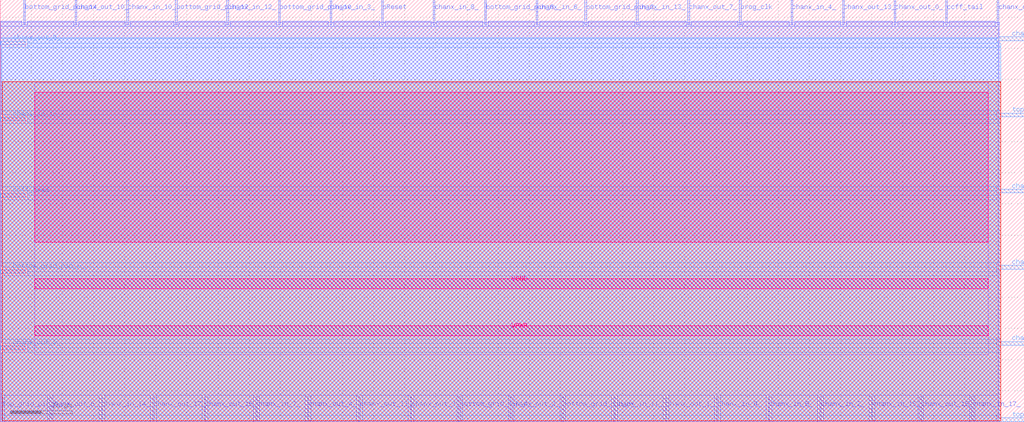
<source format=lef>
VERSION 5.7 ;
  NAMESCASESENSITIVE ON ;
  NOWIREEXTENSIONATPIN ON ;
  DIVIDERCHAR "/" ;
  BUSBITCHARS "[]" ;
UNITS
  DATABASE MICRONS 200 ;
END UNITS

MACRO cbx_1__0_
  CLASS BLOCK ;
  FOREIGN cbx_1__0_ ;
  ORIGIN 0.000 0.000 ;
  SIZE 164.515 BY 67.800 ;
  PIN bottom_grid_pin_0_
    DIRECTION OUTPUT TRISTATE ;
    PORT
      LAYER met3 ;
        RECT 0.000 23.840 4.000 24.440 ;
    END
  END bottom_grid_pin_0_
  PIN bottom_grid_pin_10_
    DIRECTION OUTPUT TRISTATE ;
    PORT
      LAYER met2 ;
        RECT 44.710 63.800 44.990 67.800 ;
    END
  END bottom_grid_pin_10_
  PIN bottom_grid_pin_12_
    DIRECTION OUTPUT TRISTATE ;
    PORT
      LAYER met2 ;
        RECT 28.150 63.800 28.430 67.800 ;
    END
  END bottom_grid_pin_12_
  PIN bottom_grid_pin_14_
    DIRECTION OUTPUT TRISTATE ;
    PORT
      LAYER met2 ;
        RECT 3.770 63.800 4.050 67.800 ;
    END
  END bottom_grid_pin_14_
  PIN bottom_grid_pin_2_
    DIRECTION OUTPUT TRISTATE ;
    PORT
      LAYER met2 ;
        RECT 93.930 63.800 94.210 67.800 ;
    END
  END bottom_grid_pin_2_
  PIN bottom_grid_pin_4_
    DIRECTION OUTPUT TRISTATE ;
    PORT
      LAYER met2 ;
        RECT 73.690 0.000 73.970 4.000 ;
    END
  END bottom_grid_pin_4_
  PIN bottom_grid_pin_6_
    DIRECTION OUTPUT TRISTATE ;
    PORT
      LAYER met2 ;
        RECT 90.250 0.000 90.530 4.000 ;
    END
  END bottom_grid_pin_6_
  PIN bottom_grid_pin_8_
    DIRECTION OUTPUT TRISTATE ;
    PORT
      LAYER met2 ;
        RECT 77.830 63.800 78.110 67.800 ;
    END
  END bottom_grid_pin_8_
  PIN ccff_head
    DIRECTION INPUT ;
    PORT
      LAYER met3 ;
        RECT 0.000 36.080 4.000 36.680 ;
    END
  END ccff_head
  PIN ccff_tail
    DIRECTION OUTPUT TRISTATE ;
    PORT
      LAYER met2 ;
        RECT 151.890 63.800 152.170 67.800 ;
    END
  END ccff_tail
  PIN chanx_in_0_
    DIRECTION INPUT ;
    PORT
      LAYER met3 ;
        RECT 160.515 24.520 164.515 25.120 ;
    END
  END chanx_in_0_
  PIN chanx_in_10_
    DIRECTION INPUT ;
    PORT
      LAYER met2 ;
        RECT 20.330 63.800 20.610 67.800 ;
    END
  END chanx_in_10_
  PIN chanx_in_11_
    DIRECTION INPUT ;
    PORT
      LAYER met2 ;
        RECT 98.530 0.000 98.810 4.000 ;
    END
  END chanx_in_11_
  PIN chanx_in_12_
    DIRECTION INPUT ;
    PORT
      LAYER met2 ;
        RECT 36.430 63.800 36.710 67.800 ;
    END
  END chanx_in_12_
  PIN chanx_in_13_
    DIRECTION INPUT ;
    PORT
      LAYER met2 ;
        RECT 102.210 63.800 102.490 67.800 ;
    END
  END chanx_in_13_
  PIN chanx_in_14_
    DIRECTION INPUT ;
    PORT
      LAYER met2 ;
        RECT 16.190 0.000 16.470 4.000 ;
    END
  END chanx_in_14_
  PIN chanx_in_15_
    DIRECTION INPUT ;
    PORT
      LAYER met2 ;
        RECT 139.930 0.000 140.210 4.000 ;
    END
  END chanx_in_15_
  PIN chanx_in_16_
    DIRECTION INPUT ;
    PORT
      LAYER met3 ;
        RECT 0.000 48.320 4.000 48.920 ;
    END
  END chanx_in_16_
  PIN chanx_in_17_
    DIRECTION INPUT ;
    PORT
      LAYER met2 ;
        RECT 156.030 0.000 156.310 4.000 ;
    END
  END chanx_in_17_
  PIN chanx_in_1_
    DIRECTION INPUT ;
    PORT
      LAYER met3 ;
        RECT 160.515 61.240 164.515 61.840 ;
    END
  END chanx_in_1_
  PIN chanx_in_2_
    DIRECTION INPUT ;
    PORT
      LAYER met2 ;
        RECT 131.650 0.000 131.930 4.000 ;
    END
  END chanx_in_2_
  PIN chanx_in_3_
    DIRECTION INPUT ;
    PORT
      LAYER met2 ;
        RECT 52.990 63.800 53.270 67.800 ;
    END
  END chanx_in_3_
  PIN chanx_in_4_
    DIRECTION INPUT ;
    PORT
      LAYER met2 ;
        RECT 127.050 63.800 127.330 67.800 ;
    END
  END chanx_in_4_
  PIN chanx_in_5_
    DIRECTION INPUT ;
    PORT
      LAYER met2 ;
        RECT 123.370 0.000 123.650 4.000 ;
    END
  END chanx_in_5_
  PIN chanx_in_6_
    DIRECTION INPUT ;
    PORT
      LAYER met2 ;
        RECT 86.110 63.800 86.390 67.800 ;
    END
  END chanx_in_6_
  PIN chanx_in_7_
    DIRECTION INPUT ;
    PORT
      LAYER met2 ;
        RECT 41.030 0.000 41.310 4.000 ;
    END
  END chanx_in_7_
  PIN chanx_in_8_
    DIRECTION INPUT ;
    PORT
      LAYER met2 ;
        RECT 69.550 63.800 69.830 67.800 ;
    END
  END chanx_in_8_
  PIN chanx_in_9_
    DIRECTION INPUT ;
    PORT
      LAYER met2 ;
        RECT 115.090 0.000 115.370 4.000 ;
    END
  END chanx_in_9_
  PIN chanx_out_0_
    DIRECTION OUTPUT TRISTATE ;
    PORT
      LAYER met2 ;
        RECT 143.610 63.800 143.890 67.800 ;
    END
  END chanx_out_0_
  PIN chanx_out_10_
    DIRECTION OUTPUT TRISTATE ;
    PORT
      LAYER met2 ;
        RECT 12.050 63.800 12.330 67.800 ;
    END
  END chanx_out_10_
  PIN chanx_out_11_
    DIRECTION OUTPUT TRISTATE ;
    PORT
      LAYER met2 ;
        RECT 57.590 0.000 57.870 4.000 ;
    END
  END chanx_out_11_
  PIN chanx_out_12_
    DIRECTION OUTPUT TRISTATE ;
    PORT
      LAYER met3 ;
        RECT 160.515 36.760 164.515 37.360 ;
    END
  END chanx_out_12_
  PIN chanx_out_13_
    DIRECTION OUTPUT TRISTATE ;
    PORT
      LAYER met2 ;
        RECT 135.330 63.800 135.610 67.800 ;
    END
  END chanx_out_13_
  PIN chanx_out_14_
    DIRECTION OUTPUT TRISTATE ;
    PORT
      LAYER met2 ;
        RECT 160.170 63.800 160.450 67.800 ;
    END
  END chanx_out_14_
  PIN chanx_out_15_
    DIRECTION OUTPUT TRISTATE ;
    PORT
      LAYER met2 ;
        RECT 147.750 0.000 148.030 4.000 ;
    END
  END chanx_out_15_
  PIN chanx_out_16_
    DIRECTION OUTPUT TRISTATE ;
    PORT
      LAYER met2 ;
        RECT 32.750 0.000 33.030 4.000 ;
    END
  END chanx_out_16_
  PIN chanx_out_17_
    DIRECTION OUTPUT TRISTATE ;
    PORT
      LAYER met2 ;
        RECT 24.470 0.000 24.750 4.000 ;
    END
  END chanx_out_17_
  PIN chanx_out_1_
    DIRECTION OUTPUT TRISTATE ;
    PORT
      LAYER met2 ;
        RECT 106.810 0.000 107.090 4.000 ;
    END
  END chanx_out_1_
  PIN chanx_out_2_
    DIRECTION OUTPUT TRISTATE ;
    PORT
      LAYER met2 ;
        RECT 81.970 0.000 82.250 4.000 ;
    END
  END chanx_out_2_
  PIN chanx_out_3_
    DIRECTION OUTPUT TRISTATE ;
    PORT
      LAYER met2 ;
        RECT 65.870 0.000 66.150 4.000 ;
    END
  END chanx_out_3_
  PIN chanx_out_4_
    DIRECTION OUTPUT TRISTATE ;
    PORT
      LAYER met2 ;
        RECT 49.310 0.000 49.590 4.000 ;
    END
  END chanx_out_4_
  PIN chanx_out_5_
    DIRECTION OUTPUT TRISTATE ;
    PORT
      LAYER met3 ;
        RECT 0.000 60.560 4.000 61.160 ;
    END
  END chanx_out_5_
  PIN chanx_out_6_
    DIRECTION OUTPUT TRISTATE ;
    PORT
      LAYER met2 ;
        RECT 7.910 0.000 8.190 4.000 ;
    END
  END chanx_out_6_
  PIN chanx_out_7_
    DIRECTION OUTPUT TRISTATE ;
    PORT
      LAYER met2 ;
        RECT 110.490 63.800 110.770 67.800 ;
    END
  END chanx_out_7_
  PIN chanx_out_8_
    DIRECTION OUTPUT TRISTATE ;
    PORT
      LAYER met3 ;
        RECT 160.515 12.280 164.515 12.880 ;
    END
  END chanx_out_8_
  PIN chanx_out_9_
    DIRECTION OUTPUT TRISTATE ;
    PORT
      LAYER met3 ;
        RECT 0.000 11.600 4.000 12.200 ;
    END
  END chanx_out_9_
  PIN pReset
    DIRECTION INPUT ;
    PORT
      LAYER met2 ;
        RECT 61.270 63.800 61.550 67.800 ;
    END
  END pReset
  PIN prog_clk
    DIRECTION INPUT ;
    PORT
      LAYER met2 ;
        RECT 118.770 63.800 119.050 67.800 ;
    END
  END prog_clk
  PIN top_grid_pin_14_
    DIRECTION OUTPUT TRISTATE ;
    PORT
      LAYER met3 ;
        RECT 160.515 49.000 164.515 49.600 ;
    END
  END top_grid_pin_14_
  PIN top_grid_pin_2_
    DIRECTION OUTPUT TRISTATE ;
    PORT
      LAYER met3 ;
        RECT 160.515 0.040 164.515 0.640 ;
    END
  END top_grid_pin_2_
  PIN top_grid_pin_6_
    DIRECTION OUTPUT TRISTATE ;
    PORT
      LAYER met2 ;
        RECT 0.090 0.000 0.370 4.000 ;
    END
  END top_grid_pin_6_
  PIN VPWR
    DIRECTION INPUT ;
    USE POWER ;
    PORT
      LAYER met5 ;
        RECT 5.520 13.840 158.700 15.440 ;
    END
  END VPWR
  PIN VGND
    DIRECTION INPUT ;
    USE GROUND ;
    PORT
      LAYER met5 ;
        RECT 5.520 21.340 158.700 22.940 ;
    END
  END VGND
  OBS
      LAYER li1 ;
        RECT 5.520 10.795 158.700 54.485 ;
      LAYER met1 ;
        RECT 0.070 0.040 160.470 64.220 ;
      LAYER met2 ;
        RECT 0.090 63.520 3.490 64.330 ;
        RECT 4.330 63.520 11.770 64.330 ;
        RECT 12.610 63.520 20.050 64.330 ;
        RECT 20.890 63.520 27.870 64.330 ;
        RECT 28.710 63.520 36.150 64.330 ;
        RECT 36.990 63.520 44.430 64.330 ;
        RECT 45.270 63.520 52.710 64.330 ;
        RECT 53.550 63.520 60.990 64.330 ;
        RECT 61.830 63.520 69.270 64.330 ;
        RECT 70.110 63.520 77.550 64.330 ;
        RECT 78.390 63.520 85.830 64.330 ;
        RECT 86.670 63.520 93.650 64.330 ;
        RECT 94.490 63.520 101.930 64.330 ;
        RECT 102.770 63.520 110.210 64.330 ;
        RECT 111.050 63.520 118.490 64.330 ;
        RECT 119.330 63.520 126.770 64.330 ;
        RECT 127.610 63.520 135.050 64.330 ;
        RECT 135.890 63.520 143.330 64.330 ;
        RECT 144.170 63.520 151.610 64.330 ;
        RECT 152.450 63.520 159.890 64.330 ;
        RECT 0.090 4.280 160.380 63.520 ;
        RECT 0.650 0.010 7.630 4.280 ;
        RECT 8.470 0.010 15.910 4.280 ;
        RECT 16.750 0.010 24.190 4.280 ;
        RECT 25.030 0.010 32.470 4.280 ;
        RECT 33.310 0.010 40.750 4.280 ;
        RECT 41.590 0.010 49.030 4.280 ;
        RECT 49.870 0.010 57.310 4.280 ;
        RECT 58.150 0.010 65.590 4.280 ;
        RECT 66.430 0.010 73.410 4.280 ;
        RECT 74.250 0.010 81.690 4.280 ;
        RECT 82.530 0.010 89.970 4.280 ;
        RECT 90.810 0.010 98.250 4.280 ;
        RECT 99.090 0.010 106.530 4.280 ;
        RECT 107.370 0.010 114.810 4.280 ;
        RECT 115.650 0.010 123.090 4.280 ;
        RECT 123.930 0.010 131.370 4.280 ;
        RECT 132.210 0.010 139.650 4.280 ;
        RECT 140.490 0.010 147.470 4.280 ;
        RECT 148.310 0.010 155.750 4.280 ;
        RECT 156.590 0.010 160.380 4.280 ;
      LAYER met3 ;
        RECT 0.270 61.560 160.115 61.705 ;
        RECT 4.400 60.840 160.115 61.560 ;
        RECT 4.400 60.160 160.730 60.840 ;
        RECT 0.270 50.000 160.730 60.160 ;
        RECT 0.270 49.320 160.115 50.000 ;
        RECT 4.400 48.600 160.115 49.320 ;
        RECT 4.400 47.920 160.730 48.600 ;
        RECT 0.270 37.760 160.730 47.920 ;
        RECT 0.270 37.080 160.115 37.760 ;
        RECT 4.400 36.360 160.115 37.080 ;
        RECT 4.400 35.680 160.730 36.360 ;
        RECT 0.270 25.520 160.730 35.680 ;
        RECT 0.270 24.840 160.115 25.520 ;
        RECT 4.400 24.120 160.115 24.840 ;
        RECT 4.400 23.440 160.730 24.120 ;
        RECT 0.270 13.280 160.730 23.440 ;
        RECT 0.270 12.600 160.115 13.280 ;
        RECT 4.400 11.880 160.115 12.600 ;
        RECT 4.400 11.200 160.730 11.880 ;
        RECT 0.270 1.040 160.730 11.200 ;
        RECT 0.270 0.180 160.115 1.040 ;
      LAYER met4 ;
        RECT 0.295 0.175 160.705 54.640 ;
      LAYER met5 ;
        RECT 5.520 28.840 158.700 52.940 ;
  END
END cbx_1__0_
END LIBRARY


</source>
